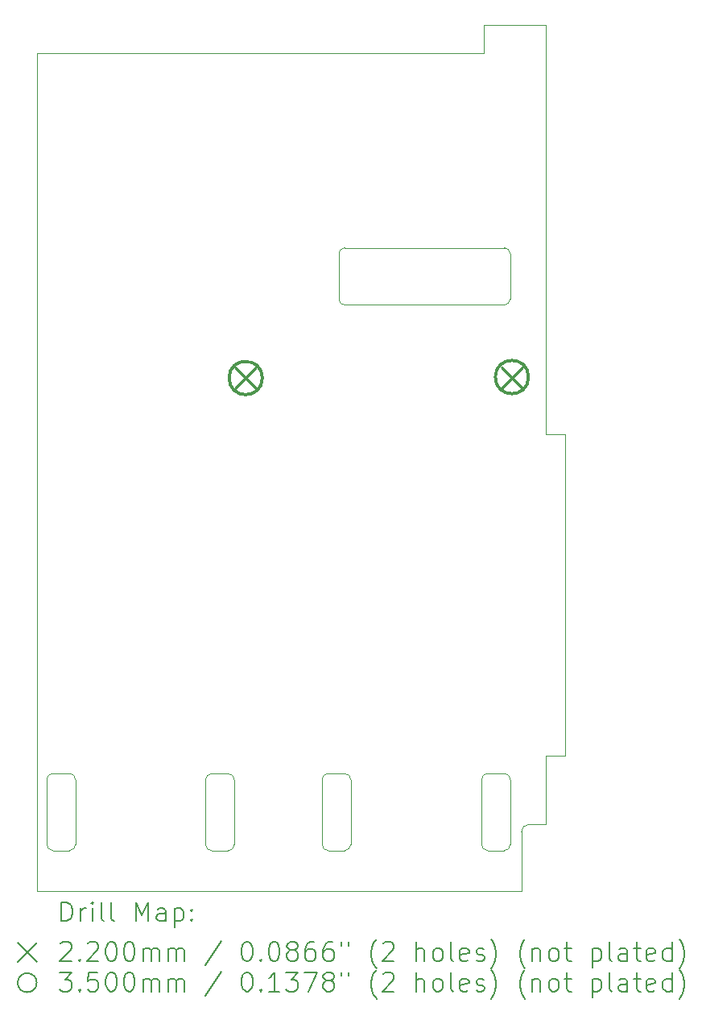
<source format=gbr>
%TF.GenerationSoftware,KiCad,Pcbnew,7.0.8-7.0.8~ubuntu22.04.1*%
%TF.CreationDate,2024-01-26T15:31:28+01:00*%
%TF.ProjectId,hand,68616e64-2e6b-4696-9361-645f70636258,rev?*%
%TF.SameCoordinates,Original*%
%TF.FileFunction,Drillmap*%
%TF.FilePolarity,Positive*%
%FSLAX45Y45*%
G04 Gerber Fmt 4.5, Leading zero omitted, Abs format (unit mm)*
G04 Created by KiCad (PCBNEW 7.0.8-7.0.8~ubuntu22.04.1) date 2024-01-26 15:31:28*
%MOMM*%
%LPD*%
G01*
G04 APERTURE LIST*
%ADD10C,0.100000*%
%ADD11C,0.200000*%
%ADD12C,0.220000*%
%ADD13C,0.350000*%
G04 APERTURE END LIST*
D10*
X2552500Y-10926146D02*
X2552500Y-2126146D01*
X2652358Y-10435008D02*
G75*
G03*
X2721138Y-10503792I68782J-2D01*
G01*
X7252500Y-1826146D02*
X7902500Y-1826146D01*
X5725989Y-4228357D02*
X5725989Y-4708357D01*
X5786197Y-4168149D02*
G75*
G03*
X5725989Y-4228357I-7J-60201D01*
G01*
X7722500Y-10228271D02*
X7902500Y-10228271D01*
X4558716Y-10504930D02*
G75*
G03*
X4627500Y-10436146I-6J68790D01*
G01*
X7645780Y-10926146D02*
X2552500Y-10926146D01*
X7526405Y-4708357D02*
X7526405Y-4228154D01*
X5547358Y-10435008D02*
G75*
G03*
X5616138Y-10503792I68782J-2D01*
G01*
X2652354Y-10435008D02*
X2652354Y-9759898D01*
X7722500Y-10228270D02*
G75*
G03*
X7645780Y-10304991I-10J-76710D01*
G01*
X5852650Y-9759784D02*
G75*
G03*
X5783862Y-9691000I-68790J-6D01*
G01*
X7530150Y-9759784D02*
G75*
G03*
X7461362Y-9691000I-68790J-6D01*
G01*
X7902500Y-10228271D02*
X7902500Y-9506146D01*
X2957646Y-9759784D02*
X2957646Y-10435008D01*
X4321821Y-9761035D02*
X4321821Y-10436146D01*
X8102500Y-9506146D02*
X8102500Y-6126146D01*
X7461362Y-9691000D02*
X7293252Y-9691000D01*
X4558716Y-9692137D02*
X4390605Y-9692137D01*
X5546968Y-9759898D02*
X5546968Y-10435008D01*
X5725986Y-4708357D02*
G75*
G03*
X5786197Y-4768564I60224J17D01*
G01*
X7293252Y-9691118D02*
G75*
G03*
X7224468Y-9759898I-2J-68782D01*
G01*
X7461362Y-10503796D02*
G75*
G03*
X7530146Y-10435008I-2J68786D01*
G01*
X4390605Y-9692251D02*
G75*
G03*
X4321821Y-9761035I-5J-68779D01*
G01*
X7224468Y-9759898D02*
X7224468Y-10435008D01*
X7902500Y-6126146D02*
X7902500Y-2126146D01*
X2888862Y-10503796D02*
G75*
G03*
X2957646Y-10435008I-2J68786D01*
G01*
X2957650Y-9759784D02*
G75*
G03*
X2888862Y-9691000I-68790J-6D01*
G01*
X7530146Y-10435008D02*
X7530146Y-9759784D01*
X5783862Y-9691000D02*
X5615752Y-9691000D01*
X4627500Y-10436146D02*
X4627500Y-9760921D01*
X7902500Y-1826146D02*
X7902500Y-2126146D01*
X5616138Y-10503792D02*
X5783862Y-10503792D01*
X7466197Y-4768565D02*
G75*
G03*
X7526405Y-4708357I-7J60215D01*
G01*
X2552500Y-2126146D02*
X7252500Y-2126146D01*
X5852646Y-10435008D02*
X5852646Y-9759784D01*
X5786197Y-4768564D02*
X7466197Y-4768564D01*
X4322210Y-10436146D02*
G75*
G03*
X4390991Y-10504930I68780J-4D01*
G01*
X7252500Y-2126146D02*
X7252500Y-1826146D01*
X8102500Y-6126146D02*
X7902500Y-6126146D01*
X7902500Y-9506146D02*
X8102500Y-9506146D01*
X2720752Y-9691118D02*
G75*
G03*
X2651968Y-9759898I-2J-68782D01*
G01*
X4390991Y-10504930D02*
X4558716Y-10504930D01*
X2720752Y-9691114D02*
X2888862Y-9691114D01*
X5783862Y-10503796D02*
G75*
G03*
X5852646Y-10435008I-2J68786D01*
G01*
X7645780Y-10304991D02*
X7645780Y-10926146D01*
X4627503Y-9760921D02*
G75*
G03*
X4558716Y-9692137I-68773J11D01*
G01*
X7526604Y-4228154D02*
G75*
G03*
X7466400Y-4167946I-60204J4D01*
G01*
X2888862Y-10503792D02*
X2721138Y-10503792D01*
X5615752Y-9691118D02*
G75*
G03*
X5546968Y-9759898I-2J-68782D01*
G01*
X7293638Y-10503792D02*
X7461362Y-10503792D01*
X7466400Y-4167946D02*
X5786197Y-4167946D01*
X7224858Y-10435008D02*
G75*
G03*
X7293638Y-10503792I68782J-2D01*
G01*
D11*
D12*
X4635000Y-5421146D02*
X4855000Y-5641146D01*
X4855000Y-5421146D02*
X4635000Y-5641146D01*
X7435000Y-5421146D02*
X7655000Y-5641146D01*
X7655000Y-5421146D02*
X7435000Y-5641146D01*
D13*
X4920500Y-5536146D02*
G75*
G03*
X4920500Y-5536146I-175000J0D01*
G01*
X7720500Y-5526146D02*
G75*
G03*
X7720500Y-5526146I-175000J0D01*
G01*
D11*
X2808277Y-11242630D02*
X2808277Y-11042630D01*
X2808277Y-11042630D02*
X2855896Y-11042630D01*
X2855896Y-11042630D02*
X2884467Y-11052154D01*
X2884467Y-11052154D02*
X2903515Y-11071201D01*
X2903515Y-11071201D02*
X2913039Y-11090249D01*
X2913039Y-11090249D02*
X2922562Y-11128344D01*
X2922562Y-11128344D02*
X2922562Y-11156916D01*
X2922562Y-11156916D02*
X2913039Y-11195011D01*
X2913039Y-11195011D02*
X2903515Y-11214058D01*
X2903515Y-11214058D02*
X2884467Y-11233106D01*
X2884467Y-11233106D02*
X2855896Y-11242630D01*
X2855896Y-11242630D02*
X2808277Y-11242630D01*
X3008277Y-11242630D02*
X3008277Y-11109296D01*
X3008277Y-11147392D02*
X3017801Y-11128344D01*
X3017801Y-11128344D02*
X3027324Y-11118820D01*
X3027324Y-11118820D02*
X3046372Y-11109296D01*
X3046372Y-11109296D02*
X3065420Y-11109296D01*
X3132086Y-11242630D02*
X3132086Y-11109296D01*
X3132086Y-11042630D02*
X3122562Y-11052154D01*
X3122562Y-11052154D02*
X3132086Y-11061677D01*
X3132086Y-11061677D02*
X3141610Y-11052154D01*
X3141610Y-11052154D02*
X3132086Y-11042630D01*
X3132086Y-11042630D02*
X3132086Y-11061677D01*
X3255896Y-11242630D02*
X3236848Y-11233106D01*
X3236848Y-11233106D02*
X3227324Y-11214058D01*
X3227324Y-11214058D02*
X3227324Y-11042630D01*
X3360658Y-11242630D02*
X3341610Y-11233106D01*
X3341610Y-11233106D02*
X3332086Y-11214058D01*
X3332086Y-11214058D02*
X3332086Y-11042630D01*
X3589229Y-11242630D02*
X3589229Y-11042630D01*
X3589229Y-11042630D02*
X3655896Y-11185487D01*
X3655896Y-11185487D02*
X3722562Y-11042630D01*
X3722562Y-11042630D02*
X3722562Y-11242630D01*
X3903515Y-11242630D02*
X3903515Y-11137868D01*
X3903515Y-11137868D02*
X3893991Y-11118820D01*
X3893991Y-11118820D02*
X3874943Y-11109296D01*
X3874943Y-11109296D02*
X3836848Y-11109296D01*
X3836848Y-11109296D02*
X3817801Y-11118820D01*
X3903515Y-11233106D02*
X3884467Y-11242630D01*
X3884467Y-11242630D02*
X3836848Y-11242630D01*
X3836848Y-11242630D02*
X3817801Y-11233106D01*
X3817801Y-11233106D02*
X3808277Y-11214058D01*
X3808277Y-11214058D02*
X3808277Y-11195011D01*
X3808277Y-11195011D02*
X3817801Y-11175963D01*
X3817801Y-11175963D02*
X3836848Y-11166439D01*
X3836848Y-11166439D02*
X3884467Y-11166439D01*
X3884467Y-11166439D02*
X3903515Y-11156916D01*
X3998753Y-11109296D02*
X3998753Y-11309296D01*
X3998753Y-11118820D02*
X4017801Y-11109296D01*
X4017801Y-11109296D02*
X4055896Y-11109296D01*
X4055896Y-11109296D02*
X4074943Y-11118820D01*
X4074943Y-11118820D02*
X4084467Y-11128344D01*
X4084467Y-11128344D02*
X4093991Y-11147392D01*
X4093991Y-11147392D02*
X4093991Y-11204534D01*
X4093991Y-11204534D02*
X4084467Y-11223582D01*
X4084467Y-11223582D02*
X4074943Y-11233106D01*
X4074943Y-11233106D02*
X4055896Y-11242630D01*
X4055896Y-11242630D02*
X4017801Y-11242630D01*
X4017801Y-11242630D02*
X3998753Y-11233106D01*
X4179705Y-11223582D02*
X4189229Y-11233106D01*
X4189229Y-11233106D02*
X4179705Y-11242630D01*
X4179705Y-11242630D02*
X4170182Y-11233106D01*
X4170182Y-11233106D02*
X4179705Y-11223582D01*
X4179705Y-11223582D02*
X4179705Y-11242630D01*
X4179705Y-11118820D02*
X4189229Y-11128344D01*
X4189229Y-11128344D02*
X4179705Y-11137868D01*
X4179705Y-11137868D02*
X4170182Y-11128344D01*
X4170182Y-11128344D02*
X4179705Y-11118820D01*
X4179705Y-11118820D02*
X4179705Y-11137868D01*
X2347500Y-11471146D02*
X2547500Y-11671146D01*
X2547500Y-11471146D02*
X2347500Y-11671146D01*
X2798753Y-11481677D02*
X2808277Y-11472154D01*
X2808277Y-11472154D02*
X2827324Y-11462630D01*
X2827324Y-11462630D02*
X2874943Y-11462630D01*
X2874943Y-11462630D02*
X2893991Y-11472154D01*
X2893991Y-11472154D02*
X2903515Y-11481677D01*
X2903515Y-11481677D02*
X2913039Y-11500725D01*
X2913039Y-11500725D02*
X2913039Y-11519773D01*
X2913039Y-11519773D02*
X2903515Y-11548344D01*
X2903515Y-11548344D02*
X2789229Y-11662630D01*
X2789229Y-11662630D02*
X2913039Y-11662630D01*
X2998753Y-11643582D02*
X3008277Y-11653106D01*
X3008277Y-11653106D02*
X2998753Y-11662630D01*
X2998753Y-11662630D02*
X2989229Y-11653106D01*
X2989229Y-11653106D02*
X2998753Y-11643582D01*
X2998753Y-11643582D02*
X2998753Y-11662630D01*
X3084467Y-11481677D02*
X3093991Y-11472154D01*
X3093991Y-11472154D02*
X3113039Y-11462630D01*
X3113039Y-11462630D02*
X3160658Y-11462630D01*
X3160658Y-11462630D02*
X3179705Y-11472154D01*
X3179705Y-11472154D02*
X3189229Y-11481677D01*
X3189229Y-11481677D02*
X3198753Y-11500725D01*
X3198753Y-11500725D02*
X3198753Y-11519773D01*
X3198753Y-11519773D02*
X3189229Y-11548344D01*
X3189229Y-11548344D02*
X3074943Y-11662630D01*
X3074943Y-11662630D02*
X3198753Y-11662630D01*
X3322562Y-11462630D02*
X3341610Y-11462630D01*
X3341610Y-11462630D02*
X3360658Y-11472154D01*
X3360658Y-11472154D02*
X3370182Y-11481677D01*
X3370182Y-11481677D02*
X3379705Y-11500725D01*
X3379705Y-11500725D02*
X3389229Y-11538820D01*
X3389229Y-11538820D02*
X3389229Y-11586439D01*
X3389229Y-11586439D02*
X3379705Y-11624534D01*
X3379705Y-11624534D02*
X3370182Y-11643582D01*
X3370182Y-11643582D02*
X3360658Y-11653106D01*
X3360658Y-11653106D02*
X3341610Y-11662630D01*
X3341610Y-11662630D02*
X3322562Y-11662630D01*
X3322562Y-11662630D02*
X3303515Y-11653106D01*
X3303515Y-11653106D02*
X3293991Y-11643582D01*
X3293991Y-11643582D02*
X3284467Y-11624534D01*
X3284467Y-11624534D02*
X3274943Y-11586439D01*
X3274943Y-11586439D02*
X3274943Y-11538820D01*
X3274943Y-11538820D02*
X3284467Y-11500725D01*
X3284467Y-11500725D02*
X3293991Y-11481677D01*
X3293991Y-11481677D02*
X3303515Y-11472154D01*
X3303515Y-11472154D02*
X3322562Y-11462630D01*
X3513039Y-11462630D02*
X3532086Y-11462630D01*
X3532086Y-11462630D02*
X3551134Y-11472154D01*
X3551134Y-11472154D02*
X3560658Y-11481677D01*
X3560658Y-11481677D02*
X3570182Y-11500725D01*
X3570182Y-11500725D02*
X3579705Y-11538820D01*
X3579705Y-11538820D02*
X3579705Y-11586439D01*
X3579705Y-11586439D02*
X3570182Y-11624534D01*
X3570182Y-11624534D02*
X3560658Y-11643582D01*
X3560658Y-11643582D02*
X3551134Y-11653106D01*
X3551134Y-11653106D02*
X3532086Y-11662630D01*
X3532086Y-11662630D02*
X3513039Y-11662630D01*
X3513039Y-11662630D02*
X3493991Y-11653106D01*
X3493991Y-11653106D02*
X3484467Y-11643582D01*
X3484467Y-11643582D02*
X3474943Y-11624534D01*
X3474943Y-11624534D02*
X3465420Y-11586439D01*
X3465420Y-11586439D02*
X3465420Y-11538820D01*
X3465420Y-11538820D02*
X3474943Y-11500725D01*
X3474943Y-11500725D02*
X3484467Y-11481677D01*
X3484467Y-11481677D02*
X3493991Y-11472154D01*
X3493991Y-11472154D02*
X3513039Y-11462630D01*
X3665420Y-11662630D02*
X3665420Y-11529296D01*
X3665420Y-11548344D02*
X3674943Y-11538820D01*
X3674943Y-11538820D02*
X3693991Y-11529296D01*
X3693991Y-11529296D02*
X3722563Y-11529296D01*
X3722563Y-11529296D02*
X3741610Y-11538820D01*
X3741610Y-11538820D02*
X3751134Y-11557868D01*
X3751134Y-11557868D02*
X3751134Y-11662630D01*
X3751134Y-11557868D02*
X3760658Y-11538820D01*
X3760658Y-11538820D02*
X3779705Y-11529296D01*
X3779705Y-11529296D02*
X3808277Y-11529296D01*
X3808277Y-11529296D02*
X3827324Y-11538820D01*
X3827324Y-11538820D02*
X3836848Y-11557868D01*
X3836848Y-11557868D02*
X3836848Y-11662630D01*
X3932086Y-11662630D02*
X3932086Y-11529296D01*
X3932086Y-11548344D02*
X3941610Y-11538820D01*
X3941610Y-11538820D02*
X3960658Y-11529296D01*
X3960658Y-11529296D02*
X3989229Y-11529296D01*
X3989229Y-11529296D02*
X4008277Y-11538820D01*
X4008277Y-11538820D02*
X4017801Y-11557868D01*
X4017801Y-11557868D02*
X4017801Y-11662630D01*
X4017801Y-11557868D02*
X4027324Y-11538820D01*
X4027324Y-11538820D02*
X4046372Y-11529296D01*
X4046372Y-11529296D02*
X4074943Y-11529296D01*
X4074943Y-11529296D02*
X4093991Y-11538820D01*
X4093991Y-11538820D02*
X4103515Y-11557868D01*
X4103515Y-11557868D02*
X4103515Y-11662630D01*
X4493991Y-11453106D02*
X4322563Y-11710249D01*
X4751134Y-11462630D02*
X4770182Y-11462630D01*
X4770182Y-11462630D02*
X4789229Y-11472154D01*
X4789229Y-11472154D02*
X4798753Y-11481677D01*
X4798753Y-11481677D02*
X4808277Y-11500725D01*
X4808277Y-11500725D02*
X4817801Y-11538820D01*
X4817801Y-11538820D02*
X4817801Y-11586439D01*
X4817801Y-11586439D02*
X4808277Y-11624534D01*
X4808277Y-11624534D02*
X4798753Y-11643582D01*
X4798753Y-11643582D02*
X4789229Y-11653106D01*
X4789229Y-11653106D02*
X4770182Y-11662630D01*
X4770182Y-11662630D02*
X4751134Y-11662630D01*
X4751134Y-11662630D02*
X4732087Y-11653106D01*
X4732087Y-11653106D02*
X4722563Y-11643582D01*
X4722563Y-11643582D02*
X4713039Y-11624534D01*
X4713039Y-11624534D02*
X4703515Y-11586439D01*
X4703515Y-11586439D02*
X4703515Y-11538820D01*
X4703515Y-11538820D02*
X4713039Y-11500725D01*
X4713039Y-11500725D02*
X4722563Y-11481677D01*
X4722563Y-11481677D02*
X4732087Y-11472154D01*
X4732087Y-11472154D02*
X4751134Y-11462630D01*
X4903515Y-11643582D02*
X4913039Y-11653106D01*
X4913039Y-11653106D02*
X4903515Y-11662630D01*
X4903515Y-11662630D02*
X4893991Y-11653106D01*
X4893991Y-11653106D02*
X4903515Y-11643582D01*
X4903515Y-11643582D02*
X4903515Y-11662630D01*
X5036848Y-11462630D02*
X5055896Y-11462630D01*
X5055896Y-11462630D02*
X5074944Y-11472154D01*
X5074944Y-11472154D02*
X5084468Y-11481677D01*
X5084468Y-11481677D02*
X5093991Y-11500725D01*
X5093991Y-11500725D02*
X5103515Y-11538820D01*
X5103515Y-11538820D02*
X5103515Y-11586439D01*
X5103515Y-11586439D02*
X5093991Y-11624534D01*
X5093991Y-11624534D02*
X5084468Y-11643582D01*
X5084468Y-11643582D02*
X5074944Y-11653106D01*
X5074944Y-11653106D02*
X5055896Y-11662630D01*
X5055896Y-11662630D02*
X5036848Y-11662630D01*
X5036848Y-11662630D02*
X5017801Y-11653106D01*
X5017801Y-11653106D02*
X5008277Y-11643582D01*
X5008277Y-11643582D02*
X4998753Y-11624534D01*
X4998753Y-11624534D02*
X4989229Y-11586439D01*
X4989229Y-11586439D02*
X4989229Y-11538820D01*
X4989229Y-11538820D02*
X4998753Y-11500725D01*
X4998753Y-11500725D02*
X5008277Y-11481677D01*
X5008277Y-11481677D02*
X5017801Y-11472154D01*
X5017801Y-11472154D02*
X5036848Y-11462630D01*
X5217801Y-11548344D02*
X5198753Y-11538820D01*
X5198753Y-11538820D02*
X5189229Y-11529296D01*
X5189229Y-11529296D02*
X5179706Y-11510249D01*
X5179706Y-11510249D02*
X5179706Y-11500725D01*
X5179706Y-11500725D02*
X5189229Y-11481677D01*
X5189229Y-11481677D02*
X5198753Y-11472154D01*
X5198753Y-11472154D02*
X5217801Y-11462630D01*
X5217801Y-11462630D02*
X5255896Y-11462630D01*
X5255896Y-11462630D02*
X5274944Y-11472154D01*
X5274944Y-11472154D02*
X5284468Y-11481677D01*
X5284468Y-11481677D02*
X5293991Y-11500725D01*
X5293991Y-11500725D02*
X5293991Y-11510249D01*
X5293991Y-11510249D02*
X5284468Y-11529296D01*
X5284468Y-11529296D02*
X5274944Y-11538820D01*
X5274944Y-11538820D02*
X5255896Y-11548344D01*
X5255896Y-11548344D02*
X5217801Y-11548344D01*
X5217801Y-11548344D02*
X5198753Y-11557868D01*
X5198753Y-11557868D02*
X5189229Y-11567392D01*
X5189229Y-11567392D02*
X5179706Y-11586439D01*
X5179706Y-11586439D02*
X5179706Y-11624534D01*
X5179706Y-11624534D02*
X5189229Y-11643582D01*
X5189229Y-11643582D02*
X5198753Y-11653106D01*
X5198753Y-11653106D02*
X5217801Y-11662630D01*
X5217801Y-11662630D02*
X5255896Y-11662630D01*
X5255896Y-11662630D02*
X5274944Y-11653106D01*
X5274944Y-11653106D02*
X5284468Y-11643582D01*
X5284468Y-11643582D02*
X5293991Y-11624534D01*
X5293991Y-11624534D02*
X5293991Y-11586439D01*
X5293991Y-11586439D02*
X5284468Y-11567392D01*
X5284468Y-11567392D02*
X5274944Y-11557868D01*
X5274944Y-11557868D02*
X5255896Y-11548344D01*
X5465420Y-11462630D02*
X5427325Y-11462630D01*
X5427325Y-11462630D02*
X5408277Y-11472154D01*
X5408277Y-11472154D02*
X5398753Y-11481677D01*
X5398753Y-11481677D02*
X5379706Y-11510249D01*
X5379706Y-11510249D02*
X5370182Y-11548344D01*
X5370182Y-11548344D02*
X5370182Y-11624534D01*
X5370182Y-11624534D02*
X5379706Y-11643582D01*
X5379706Y-11643582D02*
X5389229Y-11653106D01*
X5389229Y-11653106D02*
X5408277Y-11662630D01*
X5408277Y-11662630D02*
X5446372Y-11662630D01*
X5446372Y-11662630D02*
X5465420Y-11653106D01*
X5465420Y-11653106D02*
X5474944Y-11643582D01*
X5474944Y-11643582D02*
X5484468Y-11624534D01*
X5484468Y-11624534D02*
X5484468Y-11576915D01*
X5484468Y-11576915D02*
X5474944Y-11557868D01*
X5474944Y-11557868D02*
X5465420Y-11548344D01*
X5465420Y-11548344D02*
X5446372Y-11538820D01*
X5446372Y-11538820D02*
X5408277Y-11538820D01*
X5408277Y-11538820D02*
X5389229Y-11548344D01*
X5389229Y-11548344D02*
X5379706Y-11557868D01*
X5379706Y-11557868D02*
X5370182Y-11576915D01*
X5655896Y-11462630D02*
X5617801Y-11462630D01*
X5617801Y-11462630D02*
X5598753Y-11472154D01*
X5598753Y-11472154D02*
X5589229Y-11481677D01*
X5589229Y-11481677D02*
X5570182Y-11510249D01*
X5570182Y-11510249D02*
X5560658Y-11548344D01*
X5560658Y-11548344D02*
X5560658Y-11624534D01*
X5560658Y-11624534D02*
X5570182Y-11643582D01*
X5570182Y-11643582D02*
X5579706Y-11653106D01*
X5579706Y-11653106D02*
X5598753Y-11662630D01*
X5598753Y-11662630D02*
X5636848Y-11662630D01*
X5636848Y-11662630D02*
X5655896Y-11653106D01*
X5655896Y-11653106D02*
X5665420Y-11643582D01*
X5665420Y-11643582D02*
X5674944Y-11624534D01*
X5674944Y-11624534D02*
X5674944Y-11576915D01*
X5674944Y-11576915D02*
X5665420Y-11557868D01*
X5665420Y-11557868D02*
X5655896Y-11548344D01*
X5655896Y-11548344D02*
X5636848Y-11538820D01*
X5636848Y-11538820D02*
X5598753Y-11538820D01*
X5598753Y-11538820D02*
X5579706Y-11548344D01*
X5579706Y-11548344D02*
X5570182Y-11557868D01*
X5570182Y-11557868D02*
X5560658Y-11576915D01*
X5751134Y-11462630D02*
X5751134Y-11500725D01*
X5827325Y-11462630D02*
X5827325Y-11500725D01*
X6122563Y-11738820D02*
X6113039Y-11729296D01*
X6113039Y-11729296D02*
X6093991Y-11700725D01*
X6093991Y-11700725D02*
X6084468Y-11681677D01*
X6084468Y-11681677D02*
X6074944Y-11653106D01*
X6074944Y-11653106D02*
X6065420Y-11605487D01*
X6065420Y-11605487D02*
X6065420Y-11567392D01*
X6065420Y-11567392D02*
X6074944Y-11519773D01*
X6074944Y-11519773D02*
X6084468Y-11491201D01*
X6084468Y-11491201D02*
X6093991Y-11472154D01*
X6093991Y-11472154D02*
X6113039Y-11443582D01*
X6113039Y-11443582D02*
X6122563Y-11434058D01*
X6189229Y-11481677D02*
X6198753Y-11472154D01*
X6198753Y-11472154D02*
X6217801Y-11462630D01*
X6217801Y-11462630D02*
X6265420Y-11462630D01*
X6265420Y-11462630D02*
X6284468Y-11472154D01*
X6284468Y-11472154D02*
X6293991Y-11481677D01*
X6293991Y-11481677D02*
X6303515Y-11500725D01*
X6303515Y-11500725D02*
X6303515Y-11519773D01*
X6303515Y-11519773D02*
X6293991Y-11548344D01*
X6293991Y-11548344D02*
X6179706Y-11662630D01*
X6179706Y-11662630D02*
X6303515Y-11662630D01*
X6541610Y-11662630D02*
X6541610Y-11462630D01*
X6627325Y-11662630D02*
X6627325Y-11557868D01*
X6627325Y-11557868D02*
X6617801Y-11538820D01*
X6617801Y-11538820D02*
X6598753Y-11529296D01*
X6598753Y-11529296D02*
X6570182Y-11529296D01*
X6570182Y-11529296D02*
X6551134Y-11538820D01*
X6551134Y-11538820D02*
X6541610Y-11548344D01*
X6751134Y-11662630D02*
X6732087Y-11653106D01*
X6732087Y-11653106D02*
X6722563Y-11643582D01*
X6722563Y-11643582D02*
X6713039Y-11624534D01*
X6713039Y-11624534D02*
X6713039Y-11567392D01*
X6713039Y-11567392D02*
X6722563Y-11548344D01*
X6722563Y-11548344D02*
X6732087Y-11538820D01*
X6732087Y-11538820D02*
X6751134Y-11529296D01*
X6751134Y-11529296D02*
X6779706Y-11529296D01*
X6779706Y-11529296D02*
X6798753Y-11538820D01*
X6798753Y-11538820D02*
X6808277Y-11548344D01*
X6808277Y-11548344D02*
X6817801Y-11567392D01*
X6817801Y-11567392D02*
X6817801Y-11624534D01*
X6817801Y-11624534D02*
X6808277Y-11643582D01*
X6808277Y-11643582D02*
X6798753Y-11653106D01*
X6798753Y-11653106D02*
X6779706Y-11662630D01*
X6779706Y-11662630D02*
X6751134Y-11662630D01*
X6932087Y-11662630D02*
X6913039Y-11653106D01*
X6913039Y-11653106D02*
X6903515Y-11634058D01*
X6903515Y-11634058D02*
X6903515Y-11462630D01*
X7084468Y-11653106D02*
X7065420Y-11662630D01*
X7065420Y-11662630D02*
X7027325Y-11662630D01*
X7027325Y-11662630D02*
X7008277Y-11653106D01*
X7008277Y-11653106D02*
X6998753Y-11634058D01*
X6998753Y-11634058D02*
X6998753Y-11557868D01*
X6998753Y-11557868D02*
X7008277Y-11538820D01*
X7008277Y-11538820D02*
X7027325Y-11529296D01*
X7027325Y-11529296D02*
X7065420Y-11529296D01*
X7065420Y-11529296D02*
X7084468Y-11538820D01*
X7084468Y-11538820D02*
X7093991Y-11557868D01*
X7093991Y-11557868D02*
X7093991Y-11576915D01*
X7093991Y-11576915D02*
X6998753Y-11595963D01*
X7170182Y-11653106D02*
X7189230Y-11662630D01*
X7189230Y-11662630D02*
X7227325Y-11662630D01*
X7227325Y-11662630D02*
X7246372Y-11653106D01*
X7246372Y-11653106D02*
X7255896Y-11634058D01*
X7255896Y-11634058D02*
X7255896Y-11624534D01*
X7255896Y-11624534D02*
X7246372Y-11605487D01*
X7246372Y-11605487D02*
X7227325Y-11595963D01*
X7227325Y-11595963D02*
X7198753Y-11595963D01*
X7198753Y-11595963D02*
X7179706Y-11586439D01*
X7179706Y-11586439D02*
X7170182Y-11567392D01*
X7170182Y-11567392D02*
X7170182Y-11557868D01*
X7170182Y-11557868D02*
X7179706Y-11538820D01*
X7179706Y-11538820D02*
X7198753Y-11529296D01*
X7198753Y-11529296D02*
X7227325Y-11529296D01*
X7227325Y-11529296D02*
X7246372Y-11538820D01*
X7322563Y-11738820D02*
X7332087Y-11729296D01*
X7332087Y-11729296D02*
X7351134Y-11700725D01*
X7351134Y-11700725D02*
X7360658Y-11681677D01*
X7360658Y-11681677D02*
X7370182Y-11653106D01*
X7370182Y-11653106D02*
X7379706Y-11605487D01*
X7379706Y-11605487D02*
X7379706Y-11567392D01*
X7379706Y-11567392D02*
X7370182Y-11519773D01*
X7370182Y-11519773D02*
X7360658Y-11491201D01*
X7360658Y-11491201D02*
X7351134Y-11472154D01*
X7351134Y-11472154D02*
X7332087Y-11443582D01*
X7332087Y-11443582D02*
X7322563Y-11434058D01*
X7684468Y-11738820D02*
X7674944Y-11729296D01*
X7674944Y-11729296D02*
X7655896Y-11700725D01*
X7655896Y-11700725D02*
X7646372Y-11681677D01*
X7646372Y-11681677D02*
X7636849Y-11653106D01*
X7636849Y-11653106D02*
X7627325Y-11605487D01*
X7627325Y-11605487D02*
X7627325Y-11567392D01*
X7627325Y-11567392D02*
X7636849Y-11519773D01*
X7636849Y-11519773D02*
X7646372Y-11491201D01*
X7646372Y-11491201D02*
X7655896Y-11472154D01*
X7655896Y-11472154D02*
X7674944Y-11443582D01*
X7674944Y-11443582D02*
X7684468Y-11434058D01*
X7760658Y-11529296D02*
X7760658Y-11662630D01*
X7760658Y-11548344D02*
X7770182Y-11538820D01*
X7770182Y-11538820D02*
X7789230Y-11529296D01*
X7789230Y-11529296D02*
X7817801Y-11529296D01*
X7817801Y-11529296D02*
X7836849Y-11538820D01*
X7836849Y-11538820D02*
X7846372Y-11557868D01*
X7846372Y-11557868D02*
X7846372Y-11662630D01*
X7970182Y-11662630D02*
X7951134Y-11653106D01*
X7951134Y-11653106D02*
X7941611Y-11643582D01*
X7941611Y-11643582D02*
X7932087Y-11624534D01*
X7932087Y-11624534D02*
X7932087Y-11567392D01*
X7932087Y-11567392D02*
X7941611Y-11548344D01*
X7941611Y-11548344D02*
X7951134Y-11538820D01*
X7951134Y-11538820D02*
X7970182Y-11529296D01*
X7970182Y-11529296D02*
X7998753Y-11529296D01*
X7998753Y-11529296D02*
X8017801Y-11538820D01*
X8017801Y-11538820D02*
X8027325Y-11548344D01*
X8027325Y-11548344D02*
X8036849Y-11567392D01*
X8036849Y-11567392D02*
X8036849Y-11624534D01*
X8036849Y-11624534D02*
X8027325Y-11643582D01*
X8027325Y-11643582D02*
X8017801Y-11653106D01*
X8017801Y-11653106D02*
X7998753Y-11662630D01*
X7998753Y-11662630D02*
X7970182Y-11662630D01*
X8093992Y-11529296D02*
X8170182Y-11529296D01*
X8122563Y-11462630D02*
X8122563Y-11634058D01*
X8122563Y-11634058D02*
X8132087Y-11653106D01*
X8132087Y-11653106D02*
X8151134Y-11662630D01*
X8151134Y-11662630D02*
X8170182Y-11662630D01*
X8389230Y-11529296D02*
X8389230Y-11729296D01*
X8389230Y-11538820D02*
X8408277Y-11529296D01*
X8408277Y-11529296D02*
X8446373Y-11529296D01*
X8446373Y-11529296D02*
X8465420Y-11538820D01*
X8465420Y-11538820D02*
X8474944Y-11548344D01*
X8474944Y-11548344D02*
X8484468Y-11567392D01*
X8484468Y-11567392D02*
X8484468Y-11624534D01*
X8484468Y-11624534D02*
X8474944Y-11643582D01*
X8474944Y-11643582D02*
X8465420Y-11653106D01*
X8465420Y-11653106D02*
X8446373Y-11662630D01*
X8446373Y-11662630D02*
X8408277Y-11662630D01*
X8408277Y-11662630D02*
X8389230Y-11653106D01*
X8598754Y-11662630D02*
X8579706Y-11653106D01*
X8579706Y-11653106D02*
X8570182Y-11634058D01*
X8570182Y-11634058D02*
X8570182Y-11462630D01*
X8760658Y-11662630D02*
X8760658Y-11557868D01*
X8760658Y-11557868D02*
X8751135Y-11538820D01*
X8751135Y-11538820D02*
X8732087Y-11529296D01*
X8732087Y-11529296D02*
X8693992Y-11529296D01*
X8693992Y-11529296D02*
X8674944Y-11538820D01*
X8760658Y-11653106D02*
X8741611Y-11662630D01*
X8741611Y-11662630D02*
X8693992Y-11662630D01*
X8693992Y-11662630D02*
X8674944Y-11653106D01*
X8674944Y-11653106D02*
X8665420Y-11634058D01*
X8665420Y-11634058D02*
X8665420Y-11615011D01*
X8665420Y-11615011D02*
X8674944Y-11595963D01*
X8674944Y-11595963D02*
X8693992Y-11586439D01*
X8693992Y-11586439D02*
X8741611Y-11586439D01*
X8741611Y-11586439D02*
X8760658Y-11576915D01*
X8827325Y-11529296D02*
X8903515Y-11529296D01*
X8855896Y-11462630D02*
X8855896Y-11634058D01*
X8855896Y-11634058D02*
X8865420Y-11653106D01*
X8865420Y-11653106D02*
X8884468Y-11662630D01*
X8884468Y-11662630D02*
X8903515Y-11662630D01*
X9046373Y-11653106D02*
X9027325Y-11662630D01*
X9027325Y-11662630D02*
X8989230Y-11662630D01*
X8989230Y-11662630D02*
X8970182Y-11653106D01*
X8970182Y-11653106D02*
X8960658Y-11634058D01*
X8960658Y-11634058D02*
X8960658Y-11557868D01*
X8960658Y-11557868D02*
X8970182Y-11538820D01*
X8970182Y-11538820D02*
X8989230Y-11529296D01*
X8989230Y-11529296D02*
X9027325Y-11529296D01*
X9027325Y-11529296D02*
X9046373Y-11538820D01*
X9046373Y-11538820D02*
X9055896Y-11557868D01*
X9055896Y-11557868D02*
X9055896Y-11576915D01*
X9055896Y-11576915D02*
X8960658Y-11595963D01*
X9227325Y-11662630D02*
X9227325Y-11462630D01*
X9227325Y-11653106D02*
X9208277Y-11662630D01*
X9208277Y-11662630D02*
X9170182Y-11662630D01*
X9170182Y-11662630D02*
X9151135Y-11653106D01*
X9151135Y-11653106D02*
X9141611Y-11643582D01*
X9141611Y-11643582D02*
X9132087Y-11624534D01*
X9132087Y-11624534D02*
X9132087Y-11567392D01*
X9132087Y-11567392D02*
X9141611Y-11548344D01*
X9141611Y-11548344D02*
X9151135Y-11538820D01*
X9151135Y-11538820D02*
X9170182Y-11529296D01*
X9170182Y-11529296D02*
X9208277Y-11529296D01*
X9208277Y-11529296D02*
X9227325Y-11538820D01*
X9303516Y-11738820D02*
X9313039Y-11729296D01*
X9313039Y-11729296D02*
X9332087Y-11700725D01*
X9332087Y-11700725D02*
X9341611Y-11681677D01*
X9341611Y-11681677D02*
X9351135Y-11653106D01*
X9351135Y-11653106D02*
X9360658Y-11605487D01*
X9360658Y-11605487D02*
X9360658Y-11567392D01*
X9360658Y-11567392D02*
X9351135Y-11519773D01*
X9351135Y-11519773D02*
X9341611Y-11491201D01*
X9341611Y-11491201D02*
X9332087Y-11472154D01*
X9332087Y-11472154D02*
X9313039Y-11443582D01*
X9313039Y-11443582D02*
X9303516Y-11434058D01*
X2547500Y-11891146D02*
G75*
G03*
X2547500Y-11891146I-100000J0D01*
G01*
X2789229Y-11782630D02*
X2913039Y-11782630D01*
X2913039Y-11782630D02*
X2846372Y-11858820D01*
X2846372Y-11858820D02*
X2874943Y-11858820D01*
X2874943Y-11858820D02*
X2893991Y-11868344D01*
X2893991Y-11868344D02*
X2903515Y-11877868D01*
X2903515Y-11877868D02*
X2913039Y-11896915D01*
X2913039Y-11896915D02*
X2913039Y-11944534D01*
X2913039Y-11944534D02*
X2903515Y-11963582D01*
X2903515Y-11963582D02*
X2893991Y-11973106D01*
X2893991Y-11973106D02*
X2874943Y-11982630D01*
X2874943Y-11982630D02*
X2817801Y-11982630D01*
X2817801Y-11982630D02*
X2798753Y-11973106D01*
X2798753Y-11973106D02*
X2789229Y-11963582D01*
X2998753Y-11963582D02*
X3008277Y-11973106D01*
X3008277Y-11973106D02*
X2998753Y-11982630D01*
X2998753Y-11982630D02*
X2989229Y-11973106D01*
X2989229Y-11973106D02*
X2998753Y-11963582D01*
X2998753Y-11963582D02*
X2998753Y-11982630D01*
X3189229Y-11782630D02*
X3093991Y-11782630D01*
X3093991Y-11782630D02*
X3084467Y-11877868D01*
X3084467Y-11877868D02*
X3093991Y-11868344D01*
X3093991Y-11868344D02*
X3113039Y-11858820D01*
X3113039Y-11858820D02*
X3160658Y-11858820D01*
X3160658Y-11858820D02*
X3179705Y-11868344D01*
X3179705Y-11868344D02*
X3189229Y-11877868D01*
X3189229Y-11877868D02*
X3198753Y-11896915D01*
X3198753Y-11896915D02*
X3198753Y-11944534D01*
X3198753Y-11944534D02*
X3189229Y-11963582D01*
X3189229Y-11963582D02*
X3179705Y-11973106D01*
X3179705Y-11973106D02*
X3160658Y-11982630D01*
X3160658Y-11982630D02*
X3113039Y-11982630D01*
X3113039Y-11982630D02*
X3093991Y-11973106D01*
X3093991Y-11973106D02*
X3084467Y-11963582D01*
X3322562Y-11782630D02*
X3341610Y-11782630D01*
X3341610Y-11782630D02*
X3360658Y-11792154D01*
X3360658Y-11792154D02*
X3370182Y-11801677D01*
X3370182Y-11801677D02*
X3379705Y-11820725D01*
X3379705Y-11820725D02*
X3389229Y-11858820D01*
X3389229Y-11858820D02*
X3389229Y-11906439D01*
X3389229Y-11906439D02*
X3379705Y-11944534D01*
X3379705Y-11944534D02*
X3370182Y-11963582D01*
X3370182Y-11963582D02*
X3360658Y-11973106D01*
X3360658Y-11973106D02*
X3341610Y-11982630D01*
X3341610Y-11982630D02*
X3322562Y-11982630D01*
X3322562Y-11982630D02*
X3303515Y-11973106D01*
X3303515Y-11973106D02*
X3293991Y-11963582D01*
X3293991Y-11963582D02*
X3284467Y-11944534D01*
X3284467Y-11944534D02*
X3274943Y-11906439D01*
X3274943Y-11906439D02*
X3274943Y-11858820D01*
X3274943Y-11858820D02*
X3284467Y-11820725D01*
X3284467Y-11820725D02*
X3293991Y-11801677D01*
X3293991Y-11801677D02*
X3303515Y-11792154D01*
X3303515Y-11792154D02*
X3322562Y-11782630D01*
X3513039Y-11782630D02*
X3532086Y-11782630D01*
X3532086Y-11782630D02*
X3551134Y-11792154D01*
X3551134Y-11792154D02*
X3560658Y-11801677D01*
X3560658Y-11801677D02*
X3570182Y-11820725D01*
X3570182Y-11820725D02*
X3579705Y-11858820D01*
X3579705Y-11858820D02*
X3579705Y-11906439D01*
X3579705Y-11906439D02*
X3570182Y-11944534D01*
X3570182Y-11944534D02*
X3560658Y-11963582D01*
X3560658Y-11963582D02*
X3551134Y-11973106D01*
X3551134Y-11973106D02*
X3532086Y-11982630D01*
X3532086Y-11982630D02*
X3513039Y-11982630D01*
X3513039Y-11982630D02*
X3493991Y-11973106D01*
X3493991Y-11973106D02*
X3484467Y-11963582D01*
X3484467Y-11963582D02*
X3474943Y-11944534D01*
X3474943Y-11944534D02*
X3465420Y-11906439D01*
X3465420Y-11906439D02*
X3465420Y-11858820D01*
X3465420Y-11858820D02*
X3474943Y-11820725D01*
X3474943Y-11820725D02*
X3484467Y-11801677D01*
X3484467Y-11801677D02*
X3493991Y-11792154D01*
X3493991Y-11792154D02*
X3513039Y-11782630D01*
X3665420Y-11982630D02*
X3665420Y-11849296D01*
X3665420Y-11868344D02*
X3674943Y-11858820D01*
X3674943Y-11858820D02*
X3693991Y-11849296D01*
X3693991Y-11849296D02*
X3722563Y-11849296D01*
X3722563Y-11849296D02*
X3741610Y-11858820D01*
X3741610Y-11858820D02*
X3751134Y-11877868D01*
X3751134Y-11877868D02*
X3751134Y-11982630D01*
X3751134Y-11877868D02*
X3760658Y-11858820D01*
X3760658Y-11858820D02*
X3779705Y-11849296D01*
X3779705Y-11849296D02*
X3808277Y-11849296D01*
X3808277Y-11849296D02*
X3827324Y-11858820D01*
X3827324Y-11858820D02*
X3836848Y-11877868D01*
X3836848Y-11877868D02*
X3836848Y-11982630D01*
X3932086Y-11982630D02*
X3932086Y-11849296D01*
X3932086Y-11868344D02*
X3941610Y-11858820D01*
X3941610Y-11858820D02*
X3960658Y-11849296D01*
X3960658Y-11849296D02*
X3989229Y-11849296D01*
X3989229Y-11849296D02*
X4008277Y-11858820D01*
X4008277Y-11858820D02*
X4017801Y-11877868D01*
X4017801Y-11877868D02*
X4017801Y-11982630D01*
X4017801Y-11877868D02*
X4027324Y-11858820D01*
X4027324Y-11858820D02*
X4046372Y-11849296D01*
X4046372Y-11849296D02*
X4074943Y-11849296D01*
X4074943Y-11849296D02*
X4093991Y-11858820D01*
X4093991Y-11858820D02*
X4103515Y-11877868D01*
X4103515Y-11877868D02*
X4103515Y-11982630D01*
X4493991Y-11773106D02*
X4322563Y-12030249D01*
X4751134Y-11782630D02*
X4770182Y-11782630D01*
X4770182Y-11782630D02*
X4789229Y-11792154D01*
X4789229Y-11792154D02*
X4798753Y-11801677D01*
X4798753Y-11801677D02*
X4808277Y-11820725D01*
X4808277Y-11820725D02*
X4817801Y-11858820D01*
X4817801Y-11858820D02*
X4817801Y-11906439D01*
X4817801Y-11906439D02*
X4808277Y-11944534D01*
X4808277Y-11944534D02*
X4798753Y-11963582D01*
X4798753Y-11963582D02*
X4789229Y-11973106D01*
X4789229Y-11973106D02*
X4770182Y-11982630D01*
X4770182Y-11982630D02*
X4751134Y-11982630D01*
X4751134Y-11982630D02*
X4732087Y-11973106D01*
X4732087Y-11973106D02*
X4722563Y-11963582D01*
X4722563Y-11963582D02*
X4713039Y-11944534D01*
X4713039Y-11944534D02*
X4703515Y-11906439D01*
X4703515Y-11906439D02*
X4703515Y-11858820D01*
X4703515Y-11858820D02*
X4713039Y-11820725D01*
X4713039Y-11820725D02*
X4722563Y-11801677D01*
X4722563Y-11801677D02*
X4732087Y-11792154D01*
X4732087Y-11792154D02*
X4751134Y-11782630D01*
X4903515Y-11963582D02*
X4913039Y-11973106D01*
X4913039Y-11973106D02*
X4903515Y-11982630D01*
X4903515Y-11982630D02*
X4893991Y-11973106D01*
X4893991Y-11973106D02*
X4903515Y-11963582D01*
X4903515Y-11963582D02*
X4903515Y-11982630D01*
X5103515Y-11982630D02*
X4989229Y-11982630D01*
X5046372Y-11982630D02*
X5046372Y-11782630D01*
X5046372Y-11782630D02*
X5027325Y-11811201D01*
X5027325Y-11811201D02*
X5008277Y-11830249D01*
X5008277Y-11830249D02*
X4989229Y-11839773D01*
X5170182Y-11782630D02*
X5293991Y-11782630D01*
X5293991Y-11782630D02*
X5227325Y-11858820D01*
X5227325Y-11858820D02*
X5255896Y-11858820D01*
X5255896Y-11858820D02*
X5274944Y-11868344D01*
X5274944Y-11868344D02*
X5284468Y-11877868D01*
X5284468Y-11877868D02*
X5293991Y-11896915D01*
X5293991Y-11896915D02*
X5293991Y-11944534D01*
X5293991Y-11944534D02*
X5284468Y-11963582D01*
X5284468Y-11963582D02*
X5274944Y-11973106D01*
X5274944Y-11973106D02*
X5255896Y-11982630D01*
X5255896Y-11982630D02*
X5198753Y-11982630D01*
X5198753Y-11982630D02*
X5179706Y-11973106D01*
X5179706Y-11973106D02*
X5170182Y-11963582D01*
X5360658Y-11782630D02*
X5493991Y-11782630D01*
X5493991Y-11782630D02*
X5408277Y-11982630D01*
X5598753Y-11868344D02*
X5579706Y-11858820D01*
X5579706Y-11858820D02*
X5570182Y-11849296D01*
X5570182Y-11849296D02*
X5560658Y-11830249D01*
X5560658Y-11830249D02*
X5560658Y-11820725D01*
X5560658Y-11820725D02*
X5570182Y-11801677D01*
X5570182Y-11801677D02*
X5579706Y-11792154D01*
X5579706Y-11792154D02*
X5598753Y-11782630D01*
X5598753Y-11782630D02*
X5636848Y-11782630D01*
X5636848Y-11782630D02*
X5655896Y-11792154D01*
X5655896Y-11792154D02*
X5665420Y-11801677D01*
X5665420Y-11801677D02*
X5674944Y-11820725D01*
X5674944Y-11820725D02*
X5674944Y-11830249D01*
X5674944Y-11830249D02*
X5665420Y-11849296D01*
X5665420Y-11849296D02*
X5655896Y-11858820D01*
X5655896Y-11858820D02*
X5636848Y-11868344D01*
X5636848Y-11868344D02*
X5598753Y-11868344D01*
X5598753Y-11868344D02*
X5579706Y-11877868D01*
X5579706Y-11877868D02*
X5570182Y-11887392D01*
X5570182Y-11887392D02*
X5560658Y-11906439D01*
X5560658Y-11906439D02*
X5560658Y-11944534D01*
X5560658Y-11944534D02*
X5570182Y-11963582D01*
X5570182Y-11963582D02*
X5579706Y-11973106D01*
X5579706Y-11973106D02*
X5598753Y-11982630D01*
X5598753Y-11982630D02*
X5636848Y-11982630D01*
X5636848Y-11982630D02*
X5655896Y-11973106D01*
X5655896Y-11973106D02*
X5665420Y-11963582D01*
X5665420Y-11963582D02*
X5674944Y-11944534D01*
X5674944Y-11944534D02*
X5674944Y-11906439D01*
X5674944Y-11906439D02*
X5665420Y-11887392D01*
X5665420Y-11887392D02*
X5655896Y-11877868D01*
X5655896Y-11877868D02*
X5636848Y-11868344D01*
X5751134Y-11782630D02*
X5751134Y-11820725D01*
X5827325Y-11782630D02*
X5827325Y-11820725D01*
X6122563Y-12058820D02*
X6113039Y-12049296D01*
X6113039Y-12049296D02*
X6093991Y-12020725D01*
X6093991Y-12020725D02*
X6084468Y-12001677D01*
X6084468Y-12001677D02*
X6074944Y-11973106D01*
X6074944Y-11973106D02*
X6065420Y-11925487D01*
X6065420Y-11925487D02*
X6065420Y-11887392D01*
X6065420Y-11887392D02*
X6074944Y-11839773D01*
X6074944Y-11839773D02*
X6084468Y-11811201D01*
X6084468Y-11811201D02*
X6093991Y-11792154D01*
X6093991Y-11792154D02*
X6113039Y-11763582D01*
X6113039Y-11763582D02*
X6122563Y-11754058D01*
X6189229Y-11801677D02*
X6198753Y-11792154D01*
X6198753Y-11792154D02*
X6217801Y-11782630D01*
X6217801Y-11782630D02*
X6265420Y-11782630D01*
X6265420Y-11782630D02*
X6284468Y-11792154D01*
X6284468Y-11792154D02*
X6293991Y-11801677D01*
X6293991Y-11801677D02*
X6303515Y-11820725D01*
X6303515Y-11820725D02*
X6303515Y-11839773D01*
X6303515Y-11839773D02*
X6293991Y-11868344D01*
X6293991Y-11868344D02*
X6179706Y-11982630D01*
X6179706Y-11982630D02*
X6303515Y-11982630D01*
X6541610Y-11982630D02*
X6541610Y-11782630D01*
X6627325Y-11982630D02*
X6627325Y-11877868D01*
X6627325Y-11877868D02*
X6617801Y-11858820D01*
X6617801Y-11858820D02*
X6598753Y-11849296D01*
X6598753Y-11849296D02*
X6570182Y-11849296D01*
X6570182Y-11849296D02*
X6551134Y-11858820D01*
X6551134Y-11858820D02*
X6541610Y-11868344D01*
X6751134Y-11982630D02*
X6732087Y-11973106D01*
X6732087Y-11973106D02*
X6722563Y-11963582D01*
X6722563Y-11963582D02*
X6713039Y-11944534D01*
X6713039Y-11944534D02*
X6713039Y-11887392D01*
X6713039Y-11887392D02*
X6722563Y-11868344D01*
X6722563Y-11868344D02*
X6732087Y-11858820D01*
X6732087Y-11858820D02*
X6751134Y-11849296D01*
X6751134Y-11849296D02*
X6779706Y-11849296D01*
X6779706Y-11849296D02*
X6798753Y-11858820D01*
X6798753Y-11858820D02*
X6808277Y-11868344D01*
X6808277Y-11868344D02*
X6817801Y-11887392D01*
X6817801Y-11887392D02*
X6817801Y-11944534D01*
X6817801Y-11944534D02*
X6808277Y-11963582D01*
X6808277Y-11963582D02*
X6798753Y-11973106D01*
X6798753Y-11973106D02*
X6779706Y-11982630D01*
X6779706Y-11982630D02*
X6751134Y-11982630D01*
X6932087Y-11982630D02*
X6913039Y-11973106D01*
X6913039Y-11973106D02*
X6903515Y-11954058D01*
X6903515Y-11954058D02*
X6903515Y-11782630D01*
X7084468Y-11973106D02*
X7065420Y-11982630D01*
X7065420Y-11982630D02*
X7027325Y-11982630D01*
X7027325Y-11982630D02*
X7008277Y-11973106D01*
X7008277Y-11973106D02*
X6998753Y-11954058D01*
X6998753Y-11954058D02*
X6998753Y-11877868D01*
X6998753Y-11877868D02*
X7008277Y-11858820D01*
X7008277Y-11858820D02*
X7027325Y-11849296D01*
X7027325Y-11849296D02*
X7065420Y-11849296D01*
X7065420Y-11849296D02*
X7084468Y-11858820D01*
X7084468Y-11858820D02*
X7093991Y-11877868D01*
X7093991Y-11877868D02*
X7093991Y-11896915D01*
X7093991Y-11896915D02*
X6998753Y-11915963D01*
X7170182Y-11973106D02*
X7189230Y-11982630D01*
X7189230Y-11982630D02*
X7227325Y-11982630D01*
X7227325Y-11982630D02*
X7246372Y-11973106D01*
X7246372Y-11973106D02*
X7255896Y-11954058D01*
X7255896Y-11954058D02*
X7255896Y-11944534D01*
X7255896Y-11944534D02*
X7246372Y-11925487D01*
X7246372Y-11925487D02*
X7227325Y-11915963D01*
X7227325Y-11915963D02*
X7198753Y-11915963D01*
X7198753Y-11915963D02*
X7179706Y-11906439D01*
X7179706Y-11906439D02*
X7170182Y-11887392D01*
X7170182Y-11887392D02*
X7170182Y-11877868D01*
X7170182Y-11877868D02*
X7179706Y-11858820D01*
X7179706Y-11858820D02*
X7198753Y-11849296D01*
X7198753Y-11849296D02*
X7227325Y-11849296D01*
X7227325Y-11849296D02*
X7246372Y-11858820D01*
X7322563Y-12058820D02*
X7332087Y-12049296D01*
X7332087Y-12049296D02*
X7351134Y-12020725D01*
X7351134Y-12020725D02*
X7360658Y-12001677D01*
X7360658Y-12001677D02*
X7370182Y-11973106D01*
X7370182Y-11973106D02*
X7379706Y-11925487D01*
X7379706Y-11925487D02*
X7379706Y-11887392D01*
X7379706Y-11887392D02*
X7370182Y-11839773D01*
X7370182Y-11839773D02*
X7360658Y-11811201D01*
X7360658Y-11811201D02*
X7351134Y-11792154D01*
X7351134Y-11792154D02*
X7332087Y-11763582D01*
X7332087Y-11763582D02*
X7322563Y-11754058D01*
X7684468Y-12058820D02*
X7674944Y-12049296D01*
X7674944Y-12049296D02*
X7655896Y-12020725D01*
X7655896Y-12020725D02*
X7646372Y-12001677D01*
X7646372Y-12001677D02*
X7636849Y-11973106D01*
X7636849Y-11973106D02*
X7627325Y-11925487D01*
X7627325Y-11925487D02*
X7627325Y-11887392D01*
X7627325Y-11887392D02*
X7636849Y-11839773D01*
X7636849Y-11839773D02*
X7646372Y-11811201D01*
X7646372Y-11811201D02*
X7655896Y-11792154D01*
X7655896Y-11792154D02*
X7674944Y-11763582D01*
X7674944Y-11763582D02*
X7684468Y-11754058D01*
X7760658Y-11849296D02*
X7760658Y-11982630D01*
X7760658Y-11868344D02*
X7770182Y-11858820D01*
X7770182Y-11858820D02*
X7789230Y-11849296D01*
X7789230Y-11849296D02*
X7817801Y-11849296D01*
X7817801Y-11849296D02*
X7836849Y-11858820D01*
X7836849Y-11858820D02*
X7846372Y-11877868D01*
X7846372Y-11877868D02*
X7846372Y-11982630D01*
X7970182Y-11982630D02*
X7951134Y-11973106D01*
X7951134Y-11973106D02*
X7941611Y-11963582D01*
X7941611Y-11963582D02*
X7932087Y-11944534D01*
X7932087Y-11944534D02*
X7932087Y-11887392D01*
X7932087Y-11887392D02*
X7941611Y-11868344D01*
X7941611Y-11868344D02*
X7951134Y-11858820D01*
X7951134Y-11858820D02*
X7970182Y-11849296D01*
X7970182Y-11849296D02*
X7998753Y-11849296D01*
X7998753Y-11849296D02*
X8017801Y-11858820D01*
X8017801Y-11858820D02*
X8027325Y-11868344D01*
X8027325Y-11868344D02*
X8036849Y-11887392D01*
X8036849Y-11887392D02*
X8036849Y-11944534D01*
X8036849Y-11944534D02*
X8027325Y-11963582D01*
X8027325Y-11963582D02*
X8017801Y-11973106D01*
X8017801Y-11973106D02*
X7998753Y-11982630D01*
X7998753Y-11982630D02*
X7970182Y-11982630D01*
X8093992Y-11849296D02*
X8170182Y-11849296D01*
X8122563Y-11782630D02*
X8122563Y-11954058D01*
X8122563Y-11954058D02*
X8132087Y-11973106D01*
X8132087Y-11973106D02*
X8151134Y-11982630D01*
X8151134Y-11982630D02*
X8170182Y-11982630D01*
X8389230Y-11849296D02*
X8389230Y-12049296D01*
X8389230Y-11858820D02*
X8408277Y-11849296D01*
X8408277Y-11849296D02*
X8446373Y-11849296D01*
X8446373Y-11849296D02*
X8465420Y-11858820D01*
X8465420Y-11858820D02*
X8474944Y-11868344D01*
X8474944Y-11868344D02*
X8484468Y-11887392D01*
X8484468Y-11887392D02*
X8484468Y-11944534D01*
X8484468Y-11944534D02*
X8474944Y-11963582D01*
X8474944Y-11963582D02*
X8465420Y-11973106D01*
X8465420Y-11973106D02*
X8446373Y-11982630D01*
X8446373Y-11982630D02*
X8408277Y-11982630D01*
X8408277Y-11982630D02*
X8389230Y-11973106D01*
X8598754Y-11982630D02*
X8579706Y-11973106D01*
X8579706Y-11973106D02*
X8570182Y-11954058D01*
X8570182Y-11954058D02*
X8570182Y-11782630D01*
X8760658Y-11982630D02*
X8760658Y-11877868D01*
X8760658Y-11877868D02*
X8751135Y-11858820D01*
X8751135Y-11858820D02*
X8732087Y-11849296D01*
X8732087Y-11849296D02*
X8693992Y-11849296D01*
X8693992Y-11849296D02*
X8674944Y-11858820D01*
X8760658Y-11973106D02*
X8741611Y-11982630D01*
X8741611Y-11982630D02*
X8693992Y-11982630D01*
X8693992Y-11982630D02*
X8674944Y-11973106D01*
X8674944Y-11973106D02*
X8665420Y-11954058D01*
X8665420Y-11954058D02*
X8665420Y-11935011D01*
X8665420Y-11935011D02*
X8674944Y-11915963D01*
X8674944Y-11915963D02*
X8693992Y-11906439D01*
X8693992Y-11906439D02*
X8741611Y-11906439D01*
X8741611Y-11906439D02*
X8760658Y-11896915D01*
X8827325Y-11849296D02*
X8903515Y-11849296D01*
X8855896Y-11782630D02*
X8855896Y-11954058D01*
X8855896Y-11954058D02*
X8865420Y-11973106D01*
X8865420Y-11973106D02*
X8884468Y-11982630D01*
X8884468Y-11982630D02*
X8903515Y-11982630D01*
X9046373Y-11973106D02*
X9027325Y-11982630D01*
X9027325Y-11982630D02*
X8989230Y-11982630D01*
X8989230Y-11982630D02*
X8970182Y-11973106D01*
X8970182Y-11973106D02*
X8960658Y-11954058D01*
X8960658Y-11954058D02*
X8960658Y-11877868D01*
X8960658Y-11877868D02*
X8970182Y-11858820D01*
X8970182Y-11858820D02*
X8989230Y-11849296D01*
X8989230Y-11849296D02*
X9027325Y-11849296D01*
X9027325Y-11849296D02*
X9046373Y-11858820D01*
X9046373Y-11858820D02*
X9055896Y-11877868D01*
X9055896Y-11877868D02*
X9055896Y-11896915D01*
X9055896Y-11896915D02*
X8960658Y-11915963D01*
X9227325Y-11982630D02*
X9227325Y-11782630D01*
X9227325Y-11973106D02*
X9208277Y-11982630D01*
X9208277Y-11982630D02*
X9170182Y-11982630D01*
X9170182Y-11982630D02*
X9151135Y-11973106D01*
X9151135Y-11973106D02*
X9141611Y-11963582D01*
X9141611Y-11963582D02*
X9132087Y-11944534D01*
X9132087Y-11944534D02*
X9132087Y-11887392D01*
X9132087Y-11887392D02*
X9141611Y-11868344D01*
X9141611Y-11868344D02*
X9151135Y-11858820D01*
X9151135Y-11858820D02*
X9170182Y-11849296D01*
X9170182Y-11849296D02*
X9208277Y-11849296D01*
X9208277Y-11849296D02*
X9227325Y-11858820D01*
X9303516Y-12058820D02*
X9313039Y-12049296D01*
X9313039Y-12049296D02*
X9332087Y-12020725D01*
X9332087Y-12020725D02*
X9341611Y-12001677D01*
X9341611Y-12001677D02*
X9351135Y-11973106D01*
X9351135Y-11973106D02*
X9360658Y-11925487D01*
X9360658Y-11925487D02*
X9360658Y-11887392D01*
X9360658Y-11887392D02*
X9351135Y-11839773D01*
X9351135Y-11839773D02*
X9341611Y-11811201D01*
X9341611Y-11811201D02*
X9332087Y-11792154D01*
X9332087Y-11792154D02*
X9313039Y-11763582D01*
X9313039Y-11763582D02*
X9303516Y-11754058D01*
M02*

</source>
